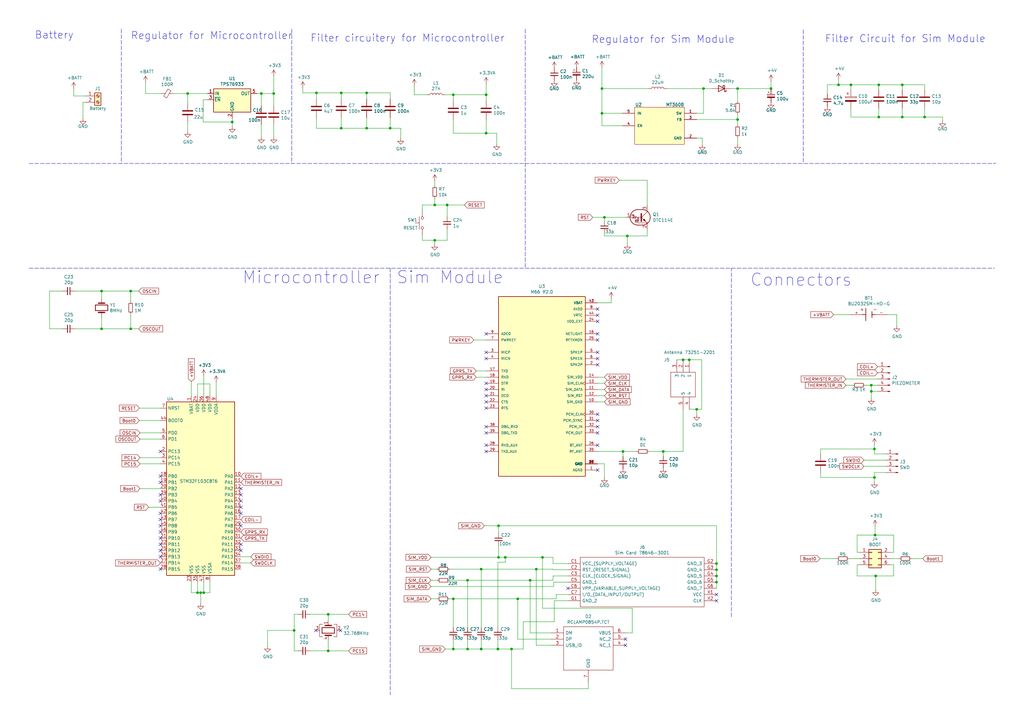
<source format=kicad_sch>
(kicad_sch (version 20211123) (generator eeschema)
  (paper "A3")
  (title_block (title "Data_loggar_ostron Electronics") (date "2022-08-14") (rev "1.0"))
  (junction (at 95.25 50.038))
  (junction (at 217.424 237.998))
  (junction (at 139.954 52.578))
  (junction (at 358.902 219.456))
  (junction (at 358.648 195.834))
  (junction (at 343.916 34.798))
  (junction (at 370.078 48.006))
  (junction (at 112.268 38.354))
  (junction (at 207.264 228.6))
  (junction (at 178.308 84.074))
  (junction (at 185.928 266.192))
  (junction (at 53.594 119.38))
  (junction (at 150.368 52.578))
  (junction (at 360.426 48.006))
  (junction (at 293.878 231.14))
  (junction (at 282.702 147.574))
  (junction (at 82.296 243.078))
  (junction (at 185.928 38.862))
  (junction (at 197.358 233.426))
  (junction (at 129.794 38.1))
  (junction (at 302.514 49.022))
  (junction (at 360.426 34.798))
  (junction (at 83.566 243.078))
  (junction (at 178.308 98.552))
  (junction (at 358.648 184.15))
  (junction (at 293.878 238.76))
  (junction (at 204.47 228.6))
  (junction (at 139.954 38.1))
  (junction (at 272.034 185.166))
  (junction (at 293.878 233.68))
  (junction (at 379.222 48.006))
  (junction (at 197.358 266.192))
  (junction (at 246.888 36.322))
  (junction (at 41.656 119.38))
  (junction (at 357.378 157.988))
  (junction (at 81.026 243.078))
  (junction (at 280.162 147.574))
  (junction (at 134.62 266.954))
  (junction (at 199.39 54.61))
  (junction (at 247.904 89.154))
  (junction (at 134.62 251.968))
  (junction (at 183.388 84.074))
  (junction (at 150.368 38.1))
  (junction (at 255.524 185.166))
  (junction (at 107.188 38.354))
  (junction (at 302.514 36.322))
  (junction (at 199.39 38.862))
  (junction (at 204.216 266.192))
  (junction (at 191.77 237.998))
  (junction (at 359.156 236.22))
  (junction (at 348.996 34.798))
  (junction (at 120.65 258.572))
  (junction (at 246.888 46.482))
  (junction (at 370.078 34.798))
  (junction (at 204.47 215.646))
  (junction (at 293.878 236.22))
  (junction (at 185.928 245.618))
  (junction (at 160.02 52.578))
  (junction (at 357.378 160.528))
  (junction (at 53.594 134.874))
  (junction (at 219.964 233.426))
  (junction (at 285.75 167.894))
  (junction (at 76.962 38.354))
  (junction (at 209.804 266.192))
  (junction (at 222.504 228.6))
  (junction (at 316.23 36.322))
  (junction (at 191.77 266.192))
  (junction (at 257.302 96.774))
  (junction (at 288.544 36.322))
  (junction (at 212.344 245.618))
  (junction (at 41.656 134.874))
  (no_connect (at 65.786 197.866))
  (no_connect (at 139.7 258.572))
  (no_connect (at 98.806 208.026))
  (no_connect (at 65.786 185.166))
  (no_connect (at 199.39 136.906))
  (no_connect (at 245.11 131.826))
  (no_connect (at 65.786 210.566))
  (no_connect (at 199.39 162.306))
  (no_connect (at 98.806 200.406))
  (no_connect (at 256.54 264.668))
  (no_connect (at 245.11 169.926))
  (no_connect (at 245.11 175.006))
  (no_connect (at 199.39 157.226))
  (no_connect (at 293.878 243.84))
  (no_connect (at 65.786 205.486))
  (no_connect (at 199.39 147.066))
  (no_connect (at 256.54 262.128))
  (no_connect (at 293.878 246.38))
  (no_connect (at 245.11 192.786))
  (no_connect (at 199.39 177.546))
  (no_connect (at 98.806 223.266))
  (no_connect (at 98.806 210.566))
  (no_connect (at 65.786 225.806))
  (no_connect (at 245.11 129.286))
  (no_connect (at 199.39 182.626))
  (no_connect (at 65.786 220.726))
  (no_connect (at 245.11 136.906))
  (no_connect (at 199.39 144.526))
  (no_connect (at 245.11 139.446))
  (no_connect (at 199.39 164.846))
  (no_connect (at 65.786 195.326))
  (no_connect (at 65.786 202.946))
  (no_connect (at 245.11 182.626))
  (no_connect (at 199.39 167.386))
  (no_connect (at 98.806 202.946))
  (no_connect (at 65.786 218.186))
  (no_connect (at 245.11 149.606))
  (no_connect (at 65.786 233.426))
  (no_connect (at 98.806 225.806))
  (no_connect (at 199.39 175.006))
  (no_connect (at 245.11 177.546))
  (no_connect (at 245.11 144.526))
  (no_connect (at 199.39 159.766))
  (no_connect (at 129.54 258.572))
  (no_connect (at 245.11 172.466))
  (no_connect (at 65.786 215.646))
  (no_connect (at 65.786 223.266))
  (no_connect (at 245.11 147.066))
  (no_connect (at 65.786 213.106))
  (no_connect (at 232.918 241.3))
  (no_connect (at 245.11 126.746))
  (no_connect (at 98.806 205.486))
  (no_connect (at 199.39 185.166))
  (no_connect (at 65.786 228.346))
  (no_connect (at 98.806 215.646))
  (wire (pts (xy 226.822 231.14) (xy 232.918 231.14)))
  (wire (pts (xy 359.156 236.22) (xy 366.522 236.22)))
  (wire (pts (xy 124.206 36.068) (xy 124.206 38.1)))
  (wire (pts (xy 204.216 230.632) (xy 207.264 230.632)))
  (wire (pts (xy 173.228 98.552) (xy 178.308 98.552)))
  (wire (pts (xy 214.63 266.192) (xy 209.804 266.192)))
  (wire (pts (xy 199.39 54.61) (xy 203.708 54.61)))
  (wire (pts (xy 41.656 134.874) (xy 30.734 134.874)))
  (wire (pts (xy 176.784 240.538) (xy 227.076 240.538)))
  (wire (pts (xy 176.784 233.426) (xy 179.324 233.426)))
  (wire (pts (xy 285.75 167.894) (xy 282.702 167.894)))
  (wire (pts (xy 82.296 243.078) (xy 83.566 243.078)))
  (wire (pts (xy 358.648 195.834) (xy 358.648 197.612)))
  (wire (pts (xy 83.312 40.894) (xy 83.312 50.038)))
  (wire (pts (xy 30.226 36.322) (xy 30.226 39.37)))
  (wire (pts (xy 351.536 231.648) (xy 351.536 236.22)))
  (wire (pts (xy 348.996 34.798) (xy 348.996 36.83)))
  (wire (pts (xy 129.794 38.1) (xy 129.794 40.64)))
  (wire (pts (xy 204.47 215.646) (xy 204.47 218.694)))
  (wire (pts (xy 209.804 266.192) (xy 209.804 282.448)))
  (wire (pts (xy 217.424 259.588) (xy 226.06 259.588)))
  (wire (pts (xy 343.154 229.108) (xy 336.296 229.108)))
  (wire (pts (xy 246.888 51.562) (xy 255.27 51.562)))
  (wire (pts (xy 379.222 44.45) (xy 379.222 48.006)))
  (wire (pts (xy 226.822 236.22) (xy 232.918 236.22)))
  (wire (pts (xy 265.43 96.774) (xy 265.43 94.234)))
  (wire (pts (xy 212.344 245.618) (xy 228.092 245.618)))
  (wire (pts (xy 195.326 154.686) (xy 199.39 154.686)))
  (wire (pts (xy 112.268 51.054) (xy 112.268 56.134)))
  (wire (pts (xy 212.344 262.128) (xy 226.06 262.128)))
  (wire (pts (xy 232.918 243.84) (xy 228.092 243.84)))
  (wire (pts (xy 53.594 128.778) (xy 53.594 134.874)))
  (wire (pts (xy 265.43 73.914) (xy 265.43 84.074)))
  (wire (pts (xy 183.388 93.98) (xy 183.388 98.552)))
  (wire (pts (xy 363.982 129.032) (xy 367.792 129.032)))
  (wire (pts (xy 98.806 230.886) (xy 102.87 230.886)))
  (wire (pts (xy 293.878 233.68) (xy 293.878 236.22)))
  (wire (pts (xy 191.77 237.998) (xy 217.424 237.998)))
  (wire (pts (xy 20.32 119.38) (xy 25.654 119.38)))
  (wire (pts (xy 285.75 49.022) (xy 302.514 49.022)))
  (wire (pts (xy 198.628 215.646) (xy 204.47 215.646)))
  (wire (pts (xy 182.626 38.862) (xy 185.928 38.862)))
  (wire (pts (xy 120.65 266.954) (xy 120.65 258.572)))
  (wire (pts (xy 178.308 98.552) (xy 178.308 100.076)))
  (wire (pts (xy 247.904 159.766) (xy 245.11 159.766)))
  (wire (pts (xy 222.504 249.428) (xy 259.334 249.428)))
  (wire (pts (xy 86.106 243.078) (xy 86.106 238.506)))
  (wire (pts (xy 150.368 38.1) (xy 150.368 40.64)))
  (wire (pts (xy 358.648 193.802) (xy 358.648 195.834)))
  (wire (pts (xy 348.996 48.006) (xy 360.426 48.006)))
  (wire (pts (xy 222.504 228.6) (xy 226.822 228.6)))
  (wire (pts (xy 185.928 49.022) (xy 185.928 54.61)))
  (wire (pts (xy 272.034 185.166) (xy 280.162 185.166)))
  (wire (pts (xy 82.296 247.396) (xy 82.296 243.078)))
  (wire (pts (xy 273.558 36.322) (xy 288.544 36.322)))
  (wire (pts (xy 176.784 237.998) (xy 179.324 237.998)))
  (wire (pts (xy 336.55 195.834) (xy 358.648 195.834)))
  (wire (pts (xy 199.39 34.29) (xy 199.39 38.862)))
  (wire (pts (xy 76.962 53.848) (xy 76.962 50.038)))
  (polyline (pts (xy 408.178 67.056) (xy 408.178 66.802)))
  (wire (pts (xy 288.544 36.322) (xy 292.1 36.322)))
  (wire (pts (xy 351.536 236.22) (xy 359.156 236.22)))
  (wire (pts (xy 357.378 157.988) (xy 354.838 157.988)))
  (wire (pts (xy 81.026 238.506) (xy 81.026 243.078)))
  (wire (pts (xy 78.486 243.078) (xy 81.026 243.078)))
  (wire (pts (xy 139.954 52.578) (xy 150.368 52.578)))
  (wire (pts (xy 360.426 44.45) (xy 360.426 48.006)))
  (polyline (pts (xy 329.438 12.192) (xy 329.438 67.056)))
  (wire (pts (xy 358.902 215.9) (xy 358.902 219.456)))
  (wire (pts (xy 129.794 52.578) (xy 139.954 52.578)))
  (wire (pts (xy 247.904 89.154) (xy 256.54 89.154)))
  (wire (pts (xy 124.206 38.1) (xy 129.794 38.1)))
  (wire (pts (xy 20.32 134.874) (xy 20.32 119.38)))
  (wire (pts (xy 226.822 233.68) (xy 232.918 233.68)))
  (wire (pts (xy 34.036 48.514) (xy 34.036 41.91)))
  (wire (pts (xy 293.878 215.646) (xy 293.878 231.14)))
  (wire (pts (xy 285.75 56.642) (xy 288.036 56.642)))
  (wire (pts (xy 175.006 38.862) (xy 169.926 38.862)))
  (wire (pts (xy 83.566 243.078) (xy 86.106 243.078)))
  (wire (pts (xy 232.918 246.38) (xy 227.33 246.38)))
  (wire (pts (xy 81.026 157.48) (xy 86.106 157.48)))
  (wire (pts (xy 265.938 36.322) (xy 246.888 36.322)))
  (wire (pts (xy 339.344 38.608) (xy 339.344 34.798)))
  (wire (pts (xy 30.226 39.37) (xy 35.052 39.37)))
  (wire (pts (xy 255.27 46.482) (xy 246.888 46.482)))
  (wire (pts (xy 191.77 262.382) (xy 191.77 266.192)))
  (wire (pts (xy 245.11 190.246) (xy 247.904 190.246)))
  (wire (pts (xy 57.15 167.386) (xy 65.786 167.386)))
  (wire (pts (xy 351.536 219.456) (xy 358.902 219.456)))
  (wire (pts (xy 227.33 255.016) (xy 214.63 255.016)))
  (wire (pts (xy 219.964 233.426) (xy 219.964 264.668)))
  (wire (pts (xy 57.404 180.086) (xy 65.786 180.086)))
  (wire (pts (xy 30.734 119.38) (xy 41.656 119.38)))
  (wire (pts (xy 98.806 228.346) (xy 102.87 228.346)))
  (wire (pts (xy 247.904 154.686) (xy 245.11 154.686)))
  (wire (pts (xy 373.888 229.108) (xy 378.46 229.108)))
  (wire (pts (xy 173.228 84.074) (xy 173.228 86.36)))
  (wire (pts (xy 219.964 264.668) (xy 226.06 264.668)))
  (wire (pts (xy 336.55 193.802) (xy 336.55 195.834)))
  (wire (pts (xy 56.896 134.874) (xy 53.594 134.874)))
  (wire (pts (xy 209.804 282.448) (xy 241.3 282.448)))
  (wire (pts (xy 41.656 119.38) (xy 41.656 122.428)))
  (wire (pts (xy 176.784 245.618) (xy 179.324 245.618)))
  (wire (pts (xy 246.888 27.686) (xy 246.888 36.322)))
  (wire (pts (xy 245.11 124.206) (xy 250.698 124.206)))
  (wire (pts (xy 139.954 38.1) (xy 150.368 38.1)))
  (wire (pts (xy 127.254 251.968) (xy 134.62 251.968)))
  (wire (pts (xy 76.962 38.354) (xy 85.09 38.354)))
  (wire (pts (xy 164.338 52.578) (xy 164.338 56.642)))
  (wire (pts (xy 81.026 162.306) (xy 81.026 157.48)))
  (wire (pts (xy 160.02 38.1) (xy 160.02 40.64)))
  (wire (pts (xy 53.594 134.874) (xy 41.656 134.874)))
  (wire (pts (xy 343.916 32.512) (xy 343.916 34.798)))
  (wire (pts (xy 358.902 219.456) (xy 366.522 219.456)))
  (wire (pts (xy 358.648 186.182) (xy 358.648 184.15)))
  (wire (pts (xy 134.62 266.954) (xy 127.254 266.954)))
  (wire (pts (xy 199.39 49.022) (xy 199.39 54.61)))
  (wire (pts (xy 76.962 42.418) (xy 76.962 38.354)))
  (wire (pts (xy 243.078 89.154) (xy 247.904 89.154)))
  (wire (pts (xy 71.12 38.354) (xy 76.962 38.354)))
  (wire (pts (xy 65.786 177.546) (xy 57.404 177.546)))
  (wire (pts (xy 105.41 38.354) (xy 107.188 38.354)))
  (wire (pts (xy 299.72 36.322) (xy 302.514 36.322)))
  (wire (pts (xy 359.156 241.808) (xy 359.156 236.22)))
  (wire (pts (xy 247.904 96.774) (xy 257.302 96.774)))
  (wire (pts (xy 178.308 74.168) (xy 178.308 76.2)))
  (wire (pts (xy 349.758 157.988) (xy 346.964 157.988)))
  (wire (pts (xy 134.62 262.382) (xy 134.62 266.954)))
  (wire (pts (xy 336.55 186.182) (xy 336.55 184.15)))
  (wire (pts (xy 185.928 262.382) (xy 185.928 266.192)))
  (wire (pts (xy 250.698 124.206) (xy 250.698 122.428)))
  (wire (pts (xy 266.192 185.166) (xy 272.034 185.166)))
  (wire (pts (xy 53.594 119.38) (xy 53.594 123.698)))
  (wire (pts (xy 351.536 226.568) (xy 351.536 219.456)))
  (wire (pts (xy 379.222 48.006) (xy 386.588 48.006)))
  (wire (pts (xy 352.552 229.108) (xy 348.234 229.108)))
  (wire (pts (xy 358.648 184.15) (xy 358.648 182.372)))
  (wire (pts (xy 316.23 36.322) (xy 316.23 36.83)))
  (wire (pts (xy 65.786 187.706) (xy 57.404 187.706)))
  (wire (pts (xy 287.782 147.574) (xy 287.782 167.894)))
  (wire (pts (xy 247.904 95.758) (xy 247.904 96.774)))
  (wire (pts (xy 107.188 38.354) (xy 112.268 38.354)))
  (wire (pts (xy 368.808 229.108) (xy 365.252 229.108)))
  (wire (pts (xy 81.026 243.078) (xy 82.296 243.078)))
  (wire (pts (xy 65.786 172.466) (xy 57.15 172.466)))
  (wire (pts (xy 370.078 48.006) (xy 379.222 48.006)))
  (wire (pts (xy 352.552 231.648) (xy 351.536 231.648)))
  (wire (pts (xy 199.39 38.862) (xy 199.39 41.402)))
  (wire (pts (xy 227.076 238.76) (xy 232.918 238.76)))
  (wire (pts (xy 78.486 156.464) (xy 78.486 162.306)))
  (polyline (pts (xy 160.02 109.982) (xy 160.02 284.988)))
  (wire (pts (xy 336.55 184.15) (xy 358.648 184.15)))
  (wire (pts (xy 107.188 56.134) (xy 107.188 51.054)))
  (wire (pts (xy 287.782 167.894) (xy 285.75 167.894)))
  (wire (pts (xy 245.11 162.306) (xy 247.904 162.306)))
  (wire (pts (xy 207.264 230.632) (xy 207.264 228.6)))
  (wire (pts (xy 78.486 238.506) (xy 78.486 243.078)))
  (wire (pts (xy 197.358 233.426) (xy 219.964 233.426)))
  (wire (pts (xy 107.188 43.434) (xy 107.188 38.354)))
  (wire (pts (xy 57.404 200.406) (xy 65.786 200.406)))
  (wire (pts (xy 219.964 233.426) (xy 226.822 233.426)))
  (wire (pts (xy 366.522 226.568) (xy 365.252 226.568)))
  (wire (pts (xy 56.896 119.38) (xy 53.594 119.38)))
  (wire (pts (xy 204.216 266.192) (xy 209.804 266.192)))
  (wire (pts (xy 85.09 40.894) (xy 83.312 40.894)))
  (wire (pts (xy 352.552 226.568) (xy 351.536 226.568)))
  (wire (pts (xy 83.566 154.178) (xy 83.566 162.306)))
  (wire (pts (xy 227.076 240.538) (xy 227.076 238.76)))
  (wire (pts (xy 83.566 238.506) (xy 83.566 243.078)))
  (wire (pts (xy 360.426 48.006) (xy 370.078 48.006)))
  (wire (pts (xy 109.728 258.572) (xy 120.65 258.572)))
  (wire (pts (xy 366.522 231.648) (xy 365.252 231.648)))
  (wire (pts (xy 346.964 155.448) (xy 359.918 155.448)))
  (wire (pts (xy 150.368 38.1) (xy 160.02 38.1)))
  (wire (pts (xy 285.75 46.482) (xy 288.544 46.482)))
  (wire (pts (xy 184.404 237.998) (xy 191.77 237.998)))
  (wire (pts (xy 272.034 186.944) (xy 272.034 185.166)))
  (wire (pts (xy 348.996 44.45) (xy 348.996 48.006)))
  (wire (pts (xy 222.504 249.428) (xy 222.504 228.6)))
  (wire (pts (xy 134.62 251.968) (xy 143.002 251.968)))
  (wire (pts (xy 183.388 84.074) (xy 183.388 88.9)))
  (wire (pts (xy 83.312 50.038) (xy 95.25 50.038)))
  (wire (pts (xy 302.514 49.022) (xy 302.514 46.736)))
  (wire (pts (xy 255.524 185.166) (xy 261.112 185.166)))
  (wire (pts (xy 150.368 48.26) (xy 150.368 52.578)))
  (wire (pts (xy 348.742 129.032) (xy 341.884 129.032)))
  (wire (pts (xy 214.63 255.016) (xy 214.63 266.192)))
  (wire (pts (xy 60.96 208.026) (xy 65.786 208.026)))
  (wire (pts (xy 185.928 257.302) (xy 185.928 245.618)))
  (wire (pts (xy 169.926 38.862) (xy 169.926 35.052)))
  (wire (pts (xy 129.794 48.26) (xy 129.794 52.578)))
  (wire (pts (xy 129.794 38.1) (xy 139.954 38.1)))
  (wire (pts (xy 191.77 266.192) (xy 197.358 266.192)))
  (wire (pts (xy 176.784 228.6) (xy 204.47 228.6)))
  (wire (pts (xy 204.216 262.382) (xy 204.216 266.192)))
  (wire (pts (xy 191.77 257.302) (xy 191.77 237.998)))
  (wire (pts (xy 245.11 185.166) (xy 255.524 185.166)))
  (wire (pts (xy 293.878 238.76) (xy 293.878 241.3)))
  (wire (pts (xy 112.268 38.354) (xy 112.268 43.434)))
  (wire (pts (xy 259.334 259.588) (xy 256.54 259.588)))
  (wire (pts (xy 217.424 237.998) (xy 217.424 259.588)))
  (wire (pts (xy 185.928 38.862) (xy 199.39 38.862)))
  (wire (pts (xy 227.33 246.38) (xy 227.33 255.016)))
  (wire (pts (xy 184.404 233.426) (xy 197.358 233.426)))
  (wire (pts (xy 190.5 84.074) (xy 183.388 84.074)))
  (wire (pts (xy 120.65 258.572) (xy 120.65 251.968)))
  (polyline (pts (xy 49.784 11.938) (xy 49.784 67.056)))
  (wire (pts (xy 212.344 245.618) (xy 212.344 262.128)))
  (polyline (pts (xy 215.392 11.938) (xy 215.392 109.982)))
  (wire (pts (xy 288.036 56.642) (xy 288.036 59.182)))
  (wire (pts (xy 293.878 231.14) (xy 293.878 233.68)))
  (polyline (pts (xy 11.938 109.982) (xy 407.924 109.982)))
  (wire (pts (xy 366.522 236.22) (xy 366.522 231.648)))
  (wire (pts (xy 178.308 81.28) (xy 178.308 84.074)))
  (wire (pts (xy 257.302 100.076) (xy 257.302 96.774)))
  (wire (pts (xy 370.078 34.798) (xy 370.078 36.83)))
  (wire (pts (xy 57.404 190.246) (xy 65.786 190.246)))
  (wire (pts (xy 199.39 152.146) (xy 195.326 152.146)))
  (wire (pts (xy 257.302 96.774) (xy 265.43 96.774)))
  (wire (pts (xy 386.588 48.006) (xy 386.588 49.53)))
  (wire (pts (xy 348.996 34.798) (xy 360.426 34.798)))
  (wire (pts (xy 204.47 228.6) (xy 207.264 228.6)))
  (wire (pts (xy 217.424 237.998) (xy 226.822 237.998)))
  (wire (pts (xy 183.388 84.074) (xy 178.308 84.074)))
  (wire (pts (xy 95.25 48.514) (xy 95.25 50.038)))
  (wire (pts (xy 160.02 48.26) (xy 160.02 52.578)))
  (wire (pts (xy 254 73.914) (xy 265.43 73.914)))
  (wire (pts (xy 302.514 36.322) (xy 316.23 36.322)))
  (wire (pts (xy 183.388 98.552) (xy 178.308 98.552)))
  (wire (pts (xy 185.928 266.192) (xy 191.77 266.192)))
  (wire (pts (xy 367.792 129.032) (xy 367.792 133.604)))
  (wire (pts (xy 280.162 147.574) (xy 282.702 147.574)))
  (wire (pts (xy 204.47 223.774) (xy 204.47 228.6)))
  (polyline (pts (xy 299.974 252.984) (xy 299.974 109.982)))
  (wire (pts (xy 185.928 54.61) (xy 199.39 54.61)))
  (wire (pts (xy 41.656 130.048) (xy 41.656 134.874)))
  (wire (pts (xy 280.162 185.166) (xy 280.162 167.894)))
  (wire (pts (xy 134.62 251.968) (xy 134.62 254.762)))
  (wire (pts (xy 354.33 188.722) (xy 363.22 188.722)))
  (wire (pts (xy 259.334 249.428) (xy 259.334 259.588)))
  (wire (pts (xy 277.622 147.574) (xy 280.162 147.574)))
  (wire (pts (xy 143.002 266.954) (xy 134.62 266.954)))
  (wire (pts (xy 173.228 96.52) (xy 173.228 98.552)))
  (wire (pts (xy 255.524 187.198) (xy 255.524 185.166)))
  (wire (pts (xy 363.22 186.182) (xy 358.648 186.182)))
  (wire (pts (xy 197.358 257.302) (xy 197.358 233.426)))
  (wire (pts (xy 282.702 147.574) (xy 287.782 147.574)))
  (wire (pts (xy 370.078 34.798) (xy 379.222 34.798)))
  (wire (pts (xy 88.646 156.718) (xy 88.646 162.306)))
  (wire (pts (xy 204.216 257.302) (xy 204.216 230.632)))
  (wire (pts (xy 203.708 54.61) (xy 203.708 58.928)))
  (wire (pts (xy 343.916 34.798) (xy 348.996 34.798)))
  (wire (pts (xy 247.904 164.846) (xy 245.11 164.846)))
  (wire (pts (xy 25.654 134.874) (xy 20.32 134.874)))
  (wire (pts (xy 197.358 262.382) (xy 197.358 266.192)))
  (wire (pts (xy 357.378 157.988) (xy 357.378 160.528)))
  (wire (pts (xy 370.078 44.45) (xy 370.078 48.006)))
  (wire (pts (xy 245.11 157.226) (xy 247.904 157.226)))
  (wire (pts (xy 247.904 90.678) (xy 247.904 89.154)))
  (wire (pts (xy 228.092 243.84) (xy 228.092 245.618)))
  (wire (pts (xy 160.02 52.578) (xy 164.338 52.578)))
  (wire (pts (xy 86.106 157.48) (xy 86.106 162.306)))
  (wire (pts (xy 357.378 160.528) (xy 357.378 163.322)))
  (wire (pts (xy 288.544 46.482) (xy 288.544 36.322)))
  (wire (pts (xy 109.728 264.922) (xy 109.728 258.572)))
  (wire (pts (xy 184.404 245.618) (xy 185.928 245.618)))
  (wire (pts (xy 185.928 245.618) (xy 212.344 245.618)))
  (wire (pts (xy 302.514 51.308) (xy 302.514 49.022)))
  (wire (pts (xy 139.954 48.26) (xy 139.954 52.578)))
  (wire (pts (xy 226.822 237.998) (xy 226.822 236.22)))
  (wire (pts (xy 293.878 236.22) (xy 293.878 238.76)))
  (wire (pts (xy 185.928 38.862) (xy 185.928 41.402)))
  (wire (pts (xy 112.268 31.242) (xy 112.268 38.354)))
  (wire (pts (xy 204.47 215.646) (xy 293.878 215.646)))
  (wire (pts (xy 41.656 119.38) (xy 53.594 119.38)))
  (wire (pts (xy 66.04 38.354) (xy 59.69 38.354)))
  (polyline (pts (xy 11.938 67.056) (xy 408.178 67.056)))
  (wire (pts (xy 363.22 193.802) (xy 358.648 193.802)))
  (wire (pts (xy 366.522 219.456) (xy 366.522 226.568)))
  (wire (pts (xy 59.69 38.354) (xy 59.69 33.782)))
  (wire (pts (xy 34.036 41.91) (xy 35.052 41.91)))
  (wire (pts (xy 360.426 34.798) (xy 360.426 36.83)))
  (wire (pts (xy 182.626 266.192) (xy 185.928 266.192)))
  (wire (pts (xy 207.264 228.6) (xy 222.504 228.6)))
  (wire (pts (xy 354.33 191.262) (xy 363.22 191.262)))
  (wire (pts (xy 197.358 266.192) (xy 204.216 266.192)))
  (wire (pts (xy 247.904 190.246) (xy 247.904 195.834)))
  (wire (pts (xy 241.3 282.448) (xy 241.3 279.908)))
  (wire (pts (xy 285.75 169.926) (xy 285.75 167.894)))
  (wire (pts (xy 199.39 139.446) (xy 194.31 139.446)))
  (wire (pts (xy 379.222 34.798) (xy 379.222 36.83)))
  (wire (pts (xy 178.308 84.074) (xy 173.228 84.074)))
  (wire (pts (xy 226.822 233.426) (xy 226.822 233.68)))
  (wire (pts (xy 120.65 251.968) (xy 122.174 251.968)))
  (wire (pts (xy 316.23 33.274) (xy 316.23 36.322)))
  (wire (pts (xy 246.888 36.322) (xy 246.888 46.482)))
  (wire (pts (xy 139.954 38.1) (xy 139.954 40.64)))
  (wire (pts (xy 150.368 52.578) (xy 160.02 52.578)))
  (wire (pts (xy 359.918 157.988) (xy 357.378 157.988)))
  (wire (pts (xy 302.514 59.182) (xy 302.514 56.388)))
  (wire (pts (xy 246.888 46.482) (xy 246.888 51.562)))
  (polyline (pts (xy 119.634 11.938) (xy 119.634 67.056)))
  (wire (pts (xy 302.514 41.656) (xy 302.514 36.322)))
  (wire (pts (xy 226.822 228.6) (xy 226.822 231.14)))
  (wire (pts (xy 360.426 34.798) (xy 370.078 34.798)))
  (wire (pts (xy 95.25 50.038) (xy 95.25 51.816)))
  (wire (pts (xy 359.918 160.528) (xy 357.378 160.528)))
  (wire (pts (xy 339.344 34.798) (xy 343.916 34.798)))
  (wire (pts (xy 122.174 266.954) (xy 120.65 266.954)))
  (text "Connectors" (at 307.594 117.856 0) (effects (font (size 5.0038 5.0038)) (justify left bottom)))
  (text "Battery" (at 14.224 16.256 0) (effects (font (size 2.9972 2.9972)) (justify left bottom)))
  (text "Filter Circuit for Sim Module" (at 338.328 17.78 0) (effects (font (size 2.9972 2.9972)) (justify left bottom)))
  (text "Filter circuitery for Microcontroller" (at 127.254 17.526 0) (effects (font (size 2.9972 2.9972)) (justify left bottom)))
  (text "Microcontroller" (at 99.314 116.84 0) (effects (font (size 5.0038 5.0038)) (justify left bottom)))
  (text "Regulator for Sim Module" (at 242.57 18.034 0) (effects (font (size 2.9972 2.9972)) (justify left bottom)))
  (text "Regulator for Microcontroller\n" (at 53.594 16.51 0) (effects (font (size 2.9972 2.9972)) (justify left bottom)))
  (text "Sim Module" (at 162.56 116.84 0) (effects (font (size 5.0038 5.0038)) (justify left bottom)))
  (global_label "+VBATT" (shape input) (at 78.486 156.464 90) (property "Intersheet References" "${INTERSHEET_REFS}" (effects hide)))
  (global_label "SIM_GND" (shape input) (at 182.626 266.192 180) (property "Intersheet References" "${INTERSHEET_REFS}" (effects hide)))
  (global_label "OSCOUT" (shape input) (at 56.896 134.874 0) (property "Intersheet References" "${INTERSHEET_REFS}" (effects hide)))
  (global_label "SIM_VDD" (shape input) (at 247.904 154.686 0) (property "Intersheet References" "${INTERSHEET_REFS}" (effects hide)))
  (global_label "RST" (shape input) (at 243.078 89.154 180) (property "Intersheet References" "${INTERSHEET_REFS}" (effects hide)))
  (global_label "SIM_GND" (shape input) (at 247.904 164.846 0) (property "Intersheet References" "${INTERSHEET_REFS}" (effects hide)))
  (global_label "GPRS_TX" (shape input) (at 195.326 152.146 180) (property "Intersheet References" "${INTERSHEET_REFS}" (effects hide)))
  (global_label "SWDIO" (shape input) (at 354.33 188.722 180) (property "Intersheet References" "${INTERSHEET_REFS}" (effects hide)))
  (global_label "SWDCLK" (shape input) (at 354.33 191.262 180) (property "Intersheet References" "${INTERSHEET_REFS}" (effects hide)))
  (global_label "PC14" (shape input) (at 57.404 187.706 180) (property "Intersheet References" "${INTERSHEET_REFS}" (effects hide)))
  (global_label "PC15" (shape input) (at 57.404 190.246 180) (property "Intersheet References" "${INTERSHEET_REFS}" (effects hide)))
  (global_label "+VBATT" (shape input) (at 341.884 129.032 180) (property "Intersheet References" "${INTERSHEET_REFS}" (effects hide)))
  (global_label "SIM_RST" (shape input) (at 247.904 162.306 0) (property "Intersheet References" "${INTERSHEET_REFS}" (effects hide)))
  (global_label "SIM_GND" (shape input) (at 176.784 240.538 180) (property "Intersheet References" "${INTERSHEET_REFS}" (effects hide)))
  (global_label "SIM_DATA" (shape input) (at 247.904 159.766 0) (property "Intersheet References" "${INTERSHEET_REFS}" (effects hide)))
  (global_label "SIM_GND" (shape input) (at 198.628 215.646 180) (property "Intersheet References" "${INTERSHEET_REFS}" (effects hide)))
  (global_label "SIM_RST" (shape input) (at 176.784 233.426 180) (property "Intersheet References" "${INTERSHEET_REFS}" (effects hide)))
  (global_label "THERMISTER_IN" (shape input) (at 346.964 157.988 180) (property "Intersheet References" "${INTERSHEET_REFS}" (effects hide)))
  (global_label "OSCOUT" (shape input) (at 57.404 180.086 180) (property "Intersheet References" "${INTERSHEET_REFS}" (effects hide)))
  (global_label "THERMISTER_OUT" (shape input) (at 346.964 155.448 180) (property "Intersheet References" "${INTERSHEET_REFS}" (effects hide)))
  (global_label "THERMISTER_IN" (shape input) (at 98.806 197.866 0) (property "Intersheet References" "${INTERSHEET_REFS}" (effects hide)))
  (global_label "Boot0" (shape input) (at 57.15 172.466 180) (property "Intersheet References" "${INTERSHEET_REFS}" (effects hide)))
  (global_label "RESET" (shape input) (at 190.5 84.074 0) (property "Intersheet References" "${INTERSHEET_REFS}" (effects hide)))
  (global_label "PWRKEY" (shape input) (at 194.31 139.446 180) (property "Intersheet References" "${INTERSHEET_REFS}" (effects hide)))
  (global_label "PWRKEY" (shape input) (at 254 73.914 180) (property "Intersheet References" "${INTERSHEET_REFS}" (effects hide)))
  (global_label "COIL-" (shape input) (at 359.918 152.908 180) (property "Intersheet References" "${INTERSHEET_REFS}" (effects hide)))
  (global_label "Boot0" (shape input) (at 336.296 229.108 180) (property "Intersheet References" "${INTERSHEET_REFS}" (effects hide)))
  (global_label "RST" (shape input) (at 60.96 208.026 180) (property "Intersheet References" "${INTERSHEET_REFS}" (effects hide)))
  (global_label "OSCIN" (shape input) (at 56.896 119.38 0) (property "Intersheet References" "${INTERSHEET_REFS}" (effects hide)))
  (global_label "OSCIN" (shape input) (at 57.404 177.546 180) (property "Intersheet References" "${INTERSHEET_REFS}" (effects hide)))
  (global_label "GPRS_TX" (shape input) (at 98.806 220.726 0) (property "Intersheet References" "${INTERSHEET_REFS}" (effects hide)))
  (global_label "SWDIO" (shape input) (at 102.87 228.346 0) (property "Intersheet References" "${INTERSHEET_REFS}" (effects hide)))
  (global_label "PC14" (shape input) (at 143.002 251.968 0) (property "Intersheet References" "${INTERSHEET_REFS}" (effects hide)))
  (global_label "SIM_CLK" (shape input) (at 247.904 157.226 0) (property "Intersheet References" "${INTERSHEET_REFS}" (effects hide)))
  (global_label "RESET" (shape input) (at 57.15 167.386 180) (property "Intersheet References" "${INTERSHEET_REFS}" (effects hide)))
  (global_label "COIL+" (shape input) (at 359.918 150.368 180) (property "Intersheet References" "${INTERSHEET_REFS}" (effects hide)))
  (global_label "THERMISTER_OUT" (shape input) (at 65.786 230.886 180) (property "Intersheet References" "${INTERSHEET_REFS}" (effects hide)))
  (global_label "GPRS_RX" (shape input) (at 195.326 154.686 180) (property "Intersheet References" "${INTERSHEET_REFS}" (effects hide)))
  (global_label "Boot1" (shape input) (at 378.46 229.108 0) (property "Intersheet References" "${INTERSHEET_REFS}" (effects hide)))
  (global_label "SIM_DATA" (shape input) (at 176.784 245.618 180) (property "Intersheet References" "${INTERSHEET_REFS}" (effects hide)))
  (global_label "SWDCLK" (shape input) (at 102.87 230.886 0) (property "Intersheet References" "${INTERSHEET_REFS}" (effects hide)))
  (global_label "COIL-" (shape input) (at 98.806 213.106 0) (property "Intersheet References" "${INTERSHEET_REFS}" (effects hide)))
  (global_label "GPRS_RX" (shape input) (at 98.806 218.186 0) (property "Intersheet References" "${INTERSHEET_REFS}" (effects hide)))
  (global_label "SIM_CLK" (shape input) (at 176.784 237.998 180) (property "Intersheet References" "${INTERSHEET_REFS}" (effects hide)))
  (global_label "Boot1" (shape input) (at 57.404 200.406 180) (property "Intersheet References" "${INTERSHEET_REFS}" (effects hide)))
  (global_label "COIL+" (shape input) (at 98.806 195.326 0) (property "Intersheet References" "${INTERSHEET_REFS}" (effects hide)))
  (global_label "PC15" (shape input) (at 143.002 266.954 0) (property "Intersheet References" "${INTERSHEET_REFS}" (effects hide)))
  (global_label "SIM_VDD" (shape input) (at 176.784 228.6 180) (property "Intersheet References" "${INTERSHEET_REFS}" (effects hide)))
  (symbol (lib_id "MCU_ST_STM32F1:STM32F103C8Tx") (at 83.566 200.406 0) (unit 1)
    (property "Reference" "U4" (at 69.85 163.576 0))
    (property "Value" "STM32F103C8T6" (at 81.534 197.358 0))
    (property "Footprint" "Package_QFP:LQFP-48_7x7mm_P0.5mm" (effects hide))
    (property "Datasheet" "http://www.st.com/st-web-ui/static/active/en/resource/technical/document/datasheet/CD00161566.pdf" (effects hide))
  )
  (symbol (lib_id "Device:C") (at 76.962 46.228 0) (unit 1)
    (property "Reference" "C15" (at 79.883 45.0596 0) (effects (justify left)))
    (property "Value" "22u" (at 79.502 48.006 0) (effects (justify left)))
    (property "Footprint" "Capacitor_SMD:C_0805_2012Metric_Pad1.18x1.45mm_HandSolder" (effects hide))
  )
  (symbol (lib_id "Ostron-Electronics-rescue:Ferrite_Bead_Small-Device") (at 68.58 38.354 270) (unit 1)
    (property "Reference" "FB1" (at 68.58 32.3342 90))
    (property "Value" "100R" (at 68.58 34.6456 90))
    (property "Footprint" "Inductor_SMD:L_0603_1608Metric_Pad1.05x0.95mm_HandSolder" (effects hide))
  )
  (symbol (lib_id "power:GND") (at 76.962 53.848 0) (unit 1)
    (property "Reference" "#PWR021" (effects hide))
    (property "Value" "GND" (at 77.089 58.2422 0))
  )
  (symbol (lib_id "power:GND") (at 95.25 51.816 0) (unit 1)
    (property "Reference" "#PWR020" (effects hide))
    (property "Value" "GND" (at 95.377 56.2102 0))
  )
  (symbol (lib_id "power:GND") (at 112.268 56.134 0) (unit 1)
    (property "Reference" "#PWR023" (effects hide))
    (property "Value" "GND" (at 112.395 60.5282 0))
  )
  (symbol (lib_id "Device:C") (at 112.268 47.244 0) (unit 1)
    (property "Reference" "C17" (at 115.189 46.0756 0) (effects (justify left)))
    (property "Value" "10u" (at 115.189 48.387 0) (effects (justify left)))
    (property "Footprint" "Capacitor_SMD:C_0805_2012Metric_Pad1.18x1.45mm_HandSolder" (effects hide))
  )
  (symbol (lib_id "Ostron-Electronics-rescue:+3.3V-power") (at 112.268 31.242 0) (unit 1)
    (property "Reference" "#PWR07" (effects hide))
    (property "Value" "+3.3V" (at 112.649 26.8478 0))
  )
  (symbol (lib_id "BU2032SM-HD-G:BU2032SM-HD-G") (at 356.362 129.032 0) (unit 1)
    (property "Reference" "BT1" (at 356.362 122.2502 0))
    (property "Value" "BU2032SM-HD-G" (at 356.362 124.5616 0))
    (property "Footprint" "Ostron Electronics:BAT_BU2032SM-HD-G" (effects hide))
    (property "PARTREV" "01/27/17" (effects hide))
    (property "MAXIMUM_PACKAGE_HEIGHT" "5.30 mm" (effects hide))
    (property "MANUFACTURER" "MPD" (effects hide))
    (property "STANDARD" "Manufacturer Recommendations" (effects hide))
  )
  (symbol (lib_id "Device:C") (at 129.794 44.45 0) (unit 1)
    (property "Reference" "C6" (at 132.715 43.2816 0) (effects (justify left)))
    (property "Value" "4u7" (at 132.715 45.593 0) (effects (justify left)))
    (property "Footprint" "Capacitor_SMD:C_0603_1608Metric_Pad1.08x0.95mm_HandSolder" (effects hide))
  )
  (symbol (lib_id "power:GND") (at 367.792 133.604 0) (unit 1)
    (property "Reference" "#PWR040" (effects hide))
    (property "Value" "GND" (at 367.919 137.9982 0))
  )
  (symbol (lib_id "Device:C") (at 139.954 44.45 0) (unit 1)
    (property "Reference" "C7" (at 142.875 43.2816 0) (effects (justify left)))
    (property "Value" "100n" (at 142.875 45.593 0) (effects (justify left)))
    (property "Footprint" "Capacitor_SMD:C_0603_1608Metric_Pad1.08x0.95mm_HandSolder" (effects hide))
  )
  (symbol (lib_id "Device:C") (at 150.368 44.45 0) (unit 1)
    (property "Reference" "C8" (at 153.289 43.2816 0) (effects (justify left)))
    (property "Value" "100n" (at 153.289 45.593 0) (effects (justify left)))
    (property "Footprint" "Capacitor_SMD:C_0603_1608Metric_Pad1.08x0.95mm_HandSolder" (effects hide))
  )
  (symbol (lib_id "Device:C") (at 160.02 44.45 0) (unit 1)
    (property "Reference" "C9" (at 162.941 43.2816 0) (effects (justify left)))
    (property "Value" "100n" (at 162.941 45.593 0) (effects (justify left)))
    (property "Footprint" "Capacitor_SMD:C_0603_1608Metric_Pad1.08x0.95mm_HandSolder" (effects hide))
  )
  (symbol (lib_id "Ostron-Electronics-rescue:+3.3V-power") (at 124.206 36.068 0) (unit 1)
    (property "Reference" "#PWR06" (effects hide))
    (property "Value" "+3.3V" (at 124.587 31.6738 0))
  )
  (symbol (lib_id "power:GND") (at 164.338 56.642 0) (unit 1)
    (property "Reference" "#PWR019" (effects hide))
    (property "Value" "GND" (at 164.465 61.0362 0))
  )
  (symbol (lib_id "Ostron-Electronics-rescue:+3.3V-power") (at 83.566 154.178 0) (unit 1)
    (property "Reference" "#PWR028" (effects hide))
    (property "Value" "+3.3V" (at 83.947 149.7838 0))
  )
  (symbol (lib_id "Device:L") (at 178.816 38.862 90) (unit 1)
    (property "Reference" "L1" (at 178.816 34.036 90))
    (property "Value" "27n" (at 178.816 36.3474 90))
    (property "Footprint" "Inductor_SMD:L_0603_1608Metric_Pad1.05x0.95mm_HandSolder" (effects hide))
  )
  (symbol (lib_id "Device:C") (at 185.928 45.212 0) (unit 1)
    (property "Reference" "C3" (at 188.849 44.0436 0) (effects (justify left)))
    (property "Value" "1u" (at 188.849 46.355 0) (effects (justify left)))
    (property "Footprint" "Capacitor_SMD:C_0603_1608Metric_Pad1.08x0.95mm_HandSolder" (effects hide))
  )
  (symbol (lib_id "Device:C") (at 199.39 45.212 0) (unit 1)
    (property "Reference" "C4" (at 202.311 44.0436 0) (effects (justify left)))
    (property "Value" "100n" (at 202.311 46.355 0) (effects (justify left)))
    (property "Footprint" "Capacitor_SMD:C_0603_1608Metric_Pad1.08x0.95mm_HandSolder" (effects hide))
  )
  (symbol (lib_id "power:GND") (at 203.708 58.928 0) (unit 1)
    (property "Reference" "#PWR016" (effects hide))
    (property "Value" "GND" (at 203.835 63.3222 0))
  )
  (symbol (lib_id "Ostron-Electronics-rescue:+3.3V-power") (at 169.926 35.052 0) (unit 1)
    (property "Reference" "#PWR02" (effects hide))
    (property "Value" "+3.3V" (at 170.307 30.6578 0))
  )
  (symbol (lib_id "power:+3.3VA") (at 199.39 34.29 0) (unit 1)
    (property "Reference" "#PWR01" (effects hide))
    (property "Value" "+3.3VA" (at 199.771 29.8958 0))
  )
  (symbol (lib_id "power:+3.3VA") (at 88.646 156.718 0) (unit 1)
    (property "Reference" "#PWR029" (effects hide))
    (property "Value" "+3.3VA" (at 89.027 152.3238 0))
  )
  (symbol (lib_id "power:GND") (at 82.296 247.396 0) (unit 1)
    (property "Reference" "#PWR039" (effects hide))
    (property "Value" "GND" (at 82.423 251.7902 0))
  )
  (symbol (lib_id "Device:Crystal_GND23") (at 134.62 258.572 270) (unit 1)
    (property "Reference" "Y2" (at 140.8176 257.4036 90) (effects (justify left)))
    (property "Value" "32.768KHz" (at 140.8176 259.715 90) (effects (justify left)))
    (property "Footprint" "Crystal:Crystal_SMD_Abracon_ABS25-4Pin_8.0x3.8mm" (effects hide))
  )
  (symbol (lib_id "Device:Crystal") (at 41.656 126.238 270) (unit 1)
    (property "Reference" "Y1" (at 44.9834 125.0696 90) (effects (justify left)))
    (property "Value" "8MHz" (at 44.9834 127.381 90) (effects (justify left)))
    (property "Footprint" "Crystal:Crystal_SMD_HC49-SD_HandSoldering" (effects hide))
  )
  (symbol (lib_id "Device:C_Small") (at 28.194 119.38 270) (unit 1)
    (property "Reference" "C23" (at 28.194 113.5634 90))
    (property "Value" "20p" (at 28.194 115.8748 90))
    (property "Footprint" "Capacitor_SMD:C_0603_1608Metric_Pad1.08x0.95mm_HandSolder" (effects hide))
  )
  (symbol (lib_id "Device:C_Small") (at 28.194 134.874 270) (unit 1)
    (property "Reference" "C25" (at 28.194 129.0574 90))
    (property "Value" "20p" (at 28.194 131.3688 90))
    (property "Footprint" "Capacitor_SMD:C_0603_1608Metric_Pad1.08x0.95mm_HandSolder" (effects hide))
  )
  (symbol (lib_id "Device:C_Small") (at 124.714 266.954 270) (unit 1)
    (property "Reference" "C31" (at 124.714 261.1374 90))
    (property "Value" "20p" (at 124.714 263.4488 90))
    (property "Footprint" "Capacitor_SMD:C_0603_1608Metric_Pad1.08x0.95mm_HandSolder" (effects hide))
  )
  (symbol (lib_id "Device:C_Small") (at 124.714 251.968 270) (unit 1)
    (property "Reference" "C30" (at 124.714 246.1514 90))
    (property "Value" "20p" (at 124.714 248.4628 90))
    (property "Footprint" "Capacitor_SMD:C_0603_1608Metric_Pad1.08x0.95mm_HandSolder" (effects hide))
  )
  (symbol (lib_id "Device:R_Small") (at 53.594 126.238 0) (unit 1)
    (property "Reference" "R10" (at 55.0926 125.0696 0) (effects (justify left)))
    (property "Value" "1M" (at 55.0926 127.381 0) (effects (justify left)))
    (property "Footprint" "Resistor_SMD:R_0603_1608Metric_Pad0.98x0.95mm_HandSolder" (effects hide))
  )
  (symbol (lib_id "power:GND") (at 109.728 264.922 0) (unit 1)
    (property "Reference" "#PWR042" (effects hide))
    (property "Value" "GND" (at 109.855 269.3162 0))
  )
  (symbol (lib_id "M66FB-03-STD:M66FB-03-STD") (at 222.25 157.226 0) (unit 1)
    (property "Reference" "U3" (at 222.25 117.4242 0))
    (property "Value" "M66 R2.0" (at 222.25 119.7356 0))
    (property "Footprint" "Ostron Electronics:XCVR_M66FB-03-STD" (effects hide))
    (property "MF" "Quectel" (effects hide))
    (property "Price" "None" (effects hide))
    (property "Description" "M66 is an ultra-small quad-band GSM/GPRS module using LCC castellation packaging on the market. Based on the latest 2G chipset, it has the optimal performance in SMS & Data transmission and audio service even in harsh environment." (effects hide))
    (property "Availability" "In Stock" (effects hide))
    (property "Package" "SMD-52 Quectel" (effects hide))
    (property "Purchase-URL" "https://pricing.snapeda.com/search/part/M66FB-03-STD/?ref=eda" (effects hide))
    (property "MP" "M66FB-03-STD" (effects hide))
  )
  (symbol (lib_id "Connector:Conn_01x05_Male") (at 364.998 155.448 0) (mirror y) (unit 1)
    (property "Reference" "J2" (at 365.7092 154.8384 0) (effects (justify right)))
    (property "Value" "PIEZOMETER" (at 365.7092 157.1498 0) (effects (justify right)))
    (property "Footprint" "TerminalBlock_Phoenix:TerminalBlock_Phoenix_MKDS-1,5-4-5.08_1x04_P5.08mm_Horizontal" (effects hide))
  )
  (symbol (lib_id "Connector:Conn_01x04_Male") (at 368.3 188.722 0) (mirror y) (unit 1)
    (property "Reference" "J3" (at 369.0112 189.3824 0) (effects (justify right)))
    (property "Value" "SWD" (at 369.0112 191.6938 0) (effects (justify right)))
    (property "Footprint" "Connector_PinHeader_2.54mm:PinHeader_1x04_P2.54mm_Vertical" (effects hide))
  )
  (symbol (lib_id "Ostron-Electronics-rescue:+3.3V-power") (at 358.648 182.372 0) (unit 1)
    (property "Reference" "#PWR031" (effects hide))
    (property "Value" "+3.3V" (at 359.029 177.9778 0))
  )
  (symbol (lib_id "power:GND") (at 358.648 197.612 0) (unit 1)
    (property "Reference" "#PWR032" (effects hide))
    (property "Value" "GND" (at 358.775 202.0062 0))
  )
  (symbol (lib_id "Ostron-Electronics-rescue:CP-Device") (at 348.996 40.64 0) (unit 1)
    (property "Reference" "C10" (at 351.9932 39.4716 0) (effects (justify left)))
    (property "Value" "100uF" (at 351.9932 41.783 0) (effects (justify left)))
    (property "Footprint" "Capacitor_Tantalum_SMD:CP_EIA-3528-21_Kemet-B_Pad1.50x2.35mm_HandSolder" (effects hide))
  )
  (symbol (lib_id "Device:C") (at 360.426 40.64 0) (unit 1)
    (property "Reference" "C11" (at 363.347 39.4716 0) (effects (justify left)))
    (property "Value" "100n" (at 363.347 41.783 0) (effects (justify left)))
    (property "Footprint" "Capacitor_SMD:C_0603_1608Metric_Pad1.08x0.95mm_HandSolder" (effects hide))
  )
  (symbol (lib_id "Device:C") (at 370.078 40.64 0) (unit 1)
    (property "Reference" "C12" (at 372.999 39.4716 0) (effects (justify left)))
    (property "Value" "33p" (at 372.999 41.783 0) (effects (justify left)))
    (property "Footprint" "Capacitor_SMD:C_0603_1608Metric_Pad1.08x0.95mm_HandSolder" (effects hide))
  )
  (symbol (lib_id "Device:C") (at 379.222 40.64 0) (unit 1)
    (property "Reference" "C13" (at 382.143 39.4716 0) (effects (justify left)))
    (property "Value" "10p" (at 382.143 41.783 0) (effects (justify left)))
    (property "Footprint" "Capacitor_SMD:C_0603_1608Metric_Pad1.08x0.95mm_HandSolder" (effects hide))
  )
  (symbol (lib_id "power:+4V") (at 343.916 32.512 0) (unit 1)
    (property "Reference" "#PWR011" (effects hide))
    (property "Value" "+4V" (at 344.297 28.1178 0))
  )
  (symbol (lib_id "power:GND") (at 386.588 49.53 0) (unit 1)
    (property "Reference" "#PWR017" (effects hide))
    (property "Value" "GND" (at 386.588 52.832 0))
  )
  (symbol (lib_id "Device:R_Small") (at 302.514 44.196 0) (unit 1)
    (property "Reference" "R1" (at 299.212 43.18 0) (effects (justify left)))
    (property "Value" "5.6k" (at 297.434 45.212 0) (effects (justify left)))
    (property "Footprint" "Resistor_SMD:R_0603_1608Metric_Pad0.98x0.95mm_HandSolder" (effects hide))
  )
  (symbol (lib_id "Device:R_Small") (at 302.514 53.848 0) (unit 1)
    (property "Reference" "R2" (at 304.0126 52.6796 0) (effects (justify left)))
    (property "Value" "1k" (at 304.0126 54.991 0) (effects (justify left)))
    (property "Footprint" "Resistor_SMD:R_0603_1608Metric_Pad0.98x0.95mm_HandSolder" (effects hide))
  )
  (symbol (lib_id "power:GND") (at 302.514 59.182 0) (unit 1)
    (property "Reference" "#PWR025" (effects hide))
    (property "Value" "GND" (at 302.514 62.484 0))
  )
  (symbol (lib_id "power:GND") (at 357.378 163.322 0) (unit 1)
    (property "Reference" "#PWR027" (effects hide))
    (property "Value" "GND" (at 357.505 167.7162 0))
  )
  (symbol (lib_id "Device:C") (at 107.188 47.244 0) (unit 1)
    (property "Reference" "C16" (at 103.632 45.212 0) (effects (justify left)))
    (property "Value" "100n" (at 101.854 49.276 0) (effects (justify left)))
    (property "Footprint" "Capacitor_SMD:C_0603_1608Metric_Pad1.08x0.95mm_HandSolder" (effects hide))
  )
  (symbol (lib_id "Connector_Generic:Conn_02x03_Odd_Even") (at 357.632 229.108 0) (unit 1)
    (property "Reference" "J4" (at 358.902 221.0562 0))
    (property "Value" "BOOT" (at 358.902 223.3676 0))
    (property "Footprint" "Connector_PinHeader_2.54mm:PinHeader_2x03_P2.54mm_Vertical" (effects hide))
  )
  (symbol (lib_id "Device:R_Small") (at 352.298 157.988 270) (unit 1)
    (property "Reference" "R3" (at 350.774 159.766 90))
    (property "Value" "1K" (at 353.822 159.766 90))
    (property "Footprint" "Resistor_SMD:R_0603_1608Metric_Pad0.98x0.95mm_HandSolder" (effects hide))
  )
  (symbol (lib_id "power:GND") (at 359.156 241.808 0) (unit 1)
    (property "Reference" "#PWR037" (effects hide))
    (property "Value" "GND" (at 359.283 246.2022 0))
  )
  (symbol (lib_id "Ostron-Electronics-rescue:+3.3V-power") (at 358.902 215.9 0) (unit 1)
    (property "Reference" "#PWR033" (effects hide))
    (property "Value" "+3.3V" (at 359.283 211.5058 0))
  )
  (symbol (lib_id "Device:C") (at 336.55 189.992 0) (unit 1)
    (property "Reference" "C19" (at 339.471 188.8236 0) (effects (justify left)))
    (property "Value" "100n" (at 339.471 191.135 0) (effects (justify left)))
    (property "Footprint" "Capacitor_SMD:C_0603_1608Metric_Pad1.08x0.95mm_HandSolder" (effects hide))
  )
  (symbol (lib_id "power:GND") (at 107.188 56.134 0) (unit 1)
    (property "Reference" "#PWR022" (effects hide))
    (property "Value" "GND" (at 107.315 60.5282 0))
  )
  (symbol (lib_id "Device:R_Small") (at 371.348 229.108 270) (unit 1)
    (property "Reference" "R6" (at 372.618 227.33 90) (effects (justify right)))
    (property "Value" "100K" (at 373.888 230.886 90) (effects (justify right)))
    (property "Footprint" "Resistor_SMD:R_0603_1608Metric_Pad0.98x0.95mm_HandSolder" (effects hide))
  )
  (symbol (lib_id "73251-2201:73251-2201") (at 282.702 147.574 270) (unit 1)
    (property "Reference" "J5" (at 272.288 147.574 90) (effects (justify left)))
    (property "Value" "Antenna 73251-2201" (at 272.288 144.526 90) (effects (justify left)))
    (property "Footprint" "73251-2200" (effects hide))
    (property "Datasheet" "http://www.molex.com/pdm_docs/sd/732512201_sd.pdf" (effects hide))
    (property "Description" "SMA Jack PCB gold plated 50 Ohms 90deg Molex Right Angle 50 Through Hole SMA Connector, jack, Solder Termination" (effects hide))
    (property "Manufacturer_Name" "Molex" (effects hide))
    (property "Manufacturer_Part_Number" "73251-2201" (effects hide))
    (property "Mouser Part Number" "538-73251-2201" (effects hide))
    (property "Mouser Price/Stock" "https://www.mouser.co.uk/ProductDetail/Molex/73251-2201?qs=R7%2FZKp6KZ2ZO8MMVHpUpcA%3D%3D" (effects hide))
  )
  (symbol (lib_id "Switch:SW_Push") (at 173.228 91.44 90) (unit 1)
    (property "Reference" "SW1" (at 167.132 90.17 90) (effects (justify right)))
    (property "Value" "RESET" (at 165.354 93.472 90) (effects (justify right)))
    (property "Footprint" "Button_Switch_THT:SW_PUSH_6mm_H4.3mm" (effects hide))
  )
  (symbol (lib_id "Device:R_Small") (at 178.308 78.74 0) (unit 1)
    (property "Reference" "R7" (at 179.8066 77.5716 0) (effects (justify left)))
    (property "Value" "10k" (at 179.8066 79.883 0) (effects (justify left)))
    (property "Footprint" "Resistor_SMD:R_0603_1608Metric_Pad0.98x0.95mm_HandSolder" (effects hide))
  )
  (symbol (lib_id "78646-3001:78646-3001") (at 232.918 231.14 0) (unit 1)
    (property "Reference" "J6" (at 263.398 224.409 0))
    (property "Value" "Sim Card 78646-3001" (at 263.398 226.7204 0))
    (property "Footprint" "786463001" (effects hide))
    (property "Datasheet" "https://componentsearchengine.com/Datasheets/2/78646-3001.pdf" (effects hide))
    (property "Description" "CONNECTOR, MICRO SIM, 6POS; Product Range:78646 Series; Connector Type:Micro SIM; No. of Contacts:6Contacts; Contact Material:Copper Alloy; Contact Plating:Gold Plated Contacts RoHS Compliant: Yes (Alternate Part Number: 884982798830" (effects hide))
    (property "Height" "1.55" (effects hide))
    (property "Manufacturer_Name" "Molex" (effects hide))
    (property "Manufacturer_Part_Number" "78646-3001" (effects hide))
    (property "Mouser Part Number" "538-78646-3001" (effects hide))
    (property "Mouser Price/Stock" "https://www.mouser.co.uk/ProductDetail/Molex/78646-3001?qs=73RpG39PUGjMbv8L71Th0w%3D%3D" (effects hide))
  )
  (symbol (lib_id "Ostron-Electronics-rescue:+3.3V-power") (at 178.308 74.168 0) (unit 1)
    (property "Reference" "#PWR038" (effects hide))
    (property "Value" "+3.3V" (at 178.689 69.7738 0))
  )
  (symbol (lib_id "Device:R_Small") (at 345.694 229.108 270) (unit 1)
    (property "Reference" "R5" (at 346.964 227.33 90) (effects (justify right)))
    (property "Value" "100K" (at 348.234 230.886 90) (effects (justify right)))
    (property "Footprint" "Resistor_SMD:R_0603_1608Metric_Pad0.98x0.95mm_HandSolder" (effects hide))
  )
  (symbol (lib_id "power:GND") (at 178.308 100.076 0) (unit 1)
    (property "Reference" "#PWR041" (effects hide))
    (property "Value" "GND" (at 178.435 104.4702 0))
  )
  (symbol (lib_id "Device:C_Small") (at 183.388 91.44 0) (unit 1)
    (property "Reference" "C24" (at 185.7248 90.2716 0) (effects (justify left)))
    (property "Value" "1u" (at 185.7248 92.583 0) (effects (justify left)))
    (property "Footprint" "Capacitor_SMD:C_0603_1608Metric_Pad1.08x0.95mm_HandSolder" (effects hide))
  )
  (symbol (lib_id "power:+4V") (at 316.23 33.274 0) (unit 1)
    (property "Reference" "#PWR010" (effects hide))
    (property "Value" "+4V" (at 316.611 28.8798 0))
  )
  (symbol (lib_id "Connector:Screw_Terminal_01x02") (at 40.132 39.37 0) (unit 1)
    (property "Reference" "J1" (at 40.132 36.322 0))
    (property "Value" "Battery" (at 40.132 44.45 0))
    (property "Footprint" "TerminalBlock_Phoenix:TerminalBlock_Phoenix_MKDS-1,5-2-5.08_1x02_P5.08mm_Horizontal" (effects hide))
  )
  (symbol (lib_id "power:GND") (at 34.036 48.514 0) (unit 1)
    (property "Reference" "#PWR018" (effects hide))
    (property "Value" "GND" (at 34.036 51.816 0))
  )
  (symbol (lib_id "power:+BATT") (at 59.69 33.782 0) (unit 1)
    (property "Reference" "#PWR012" (effects hide))
    (property "Value" "+BATT" (at 60.071 29.3878 0))
  )
  (symbol (lib_id "Device:R_Small") (at 181.864 245.618 270) (unit 1)
    (property "Reference" "R11" (at 181.61 243.84 90))
    (property "Value" "22R" (at 181.864 247.396 90))
    (property "Footprint" "Resistor_SMD:R_0603_1608Metric_Pad0.98x0.95mm_HandSolder" (effects hide))
  )
  (symbol (lib_id "Device:R_Small") (at 181.864 237.998 90) (unit 1)
    (property "Reference" "R9" (at 185.166 236.982 90))
    (property "Value" "22R" (at 185.674 239.268 90))
    (property "Footprint" "Resistor_SMD:R_0603_1608Metric_Pad0.98x0.95mm_HandSolder" (effects hide))
  )
  (symbol (lib_id "Device:R_Small") (at 181.864 233.426 90) (unit 1)
    (property "Reference" "R8" (at 181.864 231.902 90))
    (property "Value" "22R" (at 181.864 235.204 90))
    (property "Footprint" "Resistor_SMD:R_0603_1608Metric_Pad0.98x0.95mm_HandSolder" (effects hide))
  )
  (symbol (lib_id "Device:C_Small") (at 204.216 259.842 0) (unit 1)
    (property "Reference" "C29" (at 205.232 258.064 0) (effects (justify left)))
    (property "Value" "33p" (at 204.47 261.62 0) (effects (justify left)))
    (property "Footprint" "Capacitor_SMD:C_0603_1608Metric_Pad1.08x0.95mm_HandSolder" (effects hide))
  )
  (symbol (lib_id "MT3608:MT3608") (at 270.51 51.562 0) (unit 1)
    (property "Reference" "U2" (at 261.874 42.926 0))
    (property "Value" "MT3608" (at 276.86 42.926 0))
    (property "Footprint" "Ostron Electronics:SOT95P280X145-6N" (effects hide))
    (property "PARTREV" "1.0" (effects hide))
    (property "MAXIMUM_PACKAGE_HEIGHT" "1.45mm" (effects hide))
    (property "STANDARD" "IPC-7351B" (effects hide))
    (property "MANUFACTURER" "Aero Semi" (effects hide))
  )
  (symbol (lib_id "Device:C_Small") (at 197.358 259.842 0) (unit 1)
    (property "Reference" "C28" (at 198.374 258.064 0) (effects (justify left)))
    (property "Value" "33p" (at 197.612 261.62 0) (effects (justify left)))
    (property "Footprint" "Capacitor_SMD:C_0603_1608Metric_Pad1.08x0.95mm_HandSolder" (effects hide))
  )
  (symbol (lib_id "Device:C_Small") (at 191.77 259.842 0) (unit 1)
    (property "Reference" "C27" (at 192.786 258.064 0) (effects (justify left)))
    (property "Value" "33p" (at 192.024 261.62 0) (effects (justify left)))
    (property "Footprint" "Capacitor_SMD:C_0603_1608Metric_Pad1.08x0.95mm_HandSolder" (effects hide))
  )
  (symbol (lib_id "Device:L") (at 269.748 36.322 90) (unit 1)
    (property "Reference" "L2" (at 269.748 31.496 90))
    (property "Value" "22uH" (at 269.748 33.8074 90))
    (property "Footprint" "Inductor_SMD:L_12x12mm_H6mm" (effects hide))
  )
  (symbol (lib_id "power:+BATT") (at 30.226 36.322 0) (unit 1)
    (property "Reference" "#PWR013" (effects hide))
    (property "Value" "+BATT" (at 30.607 31.9278 0))
  )
  (symbol (lib_id "Device:C_Small") (at 185.928 259.842 0) (unit 1)
    (property "Reference" "C26" (at 186.944 258.064 0) (effects (justify left)))
    (property "Value" "33p" (at 186.182 261.62 0) (effects (justify left)))
    (property "Footprint" "Capacitor_SMD:C_0603_1608Metric_Pad1.08x0.95mm_HandSolder" (effects hide))
  )
  (symbol (lib_id "power:+4V") (at 250.698 122.428 0) (unit 1)
    (property "Reference" "#PWR026" (effects hide))
    (property "Value" "+4V" (at 251.079 118.0338 0))
  )
  (symbol (lib_id "Ostron-Electronics-rescue:TPS76933-Regulator_Linear") (at 95.25 40.894 0) (unit 1)
    (property "Reference" "U1" (at 95.25 32.2072 0))
    (property "Value" "TPS76933" (at 95.25 34.5186 0))
    (property "Footprint" "Package_TO_SOT_SMD:TSOT-23-5_HandSoldering" (effects hide))
    (property "Datasheet" "http://www.ti.com/lit/ds/symlink/tps769.pdf" (effects hide))
  )
  (symbol (lib_id "Device:C_Small") (at 204.47 221.234 0) (unit 1)
    (property "Reference" "C22" (at 205.486 219.456 0) (effects (justify left)))
    (property "Value" "100n" (at 204.724 223.012 0) (effects (justify left)))
    (property "Footprint" "Capacitor_SMD:C_0603_1608Metric_Pad1.08x0.95mm_HandSolder" (effects hide))
  )
  (symbol (lib_id "Device:C_Small") (at 255.524 189.738 0) (unit 1)
    (property "Reference" "C21" (at 257.8608 188.5696 0) (effects (justify left)))
    (property "Value" "10p" (at 257.8608 190.881 0) (effects (justify left)))
    (property "Footprint" "Capacitor_SMD:C_0603_1608Metric_Pad1.08x0.95mm_HandSolder" (effects hide))
  )
  (symbol (lib_id "Device:C_Small") (at 272.034 189.484 0) (unit 1)
    (property "Reference" "C20" (at 274.3708 188.3156 0) (effects (justify left)))
    (property "Value" "10p" (at 274.3708 190.627 0) (effects (justify left)))
    (property "Footprint" "Capacitor_SMD:C_0603_1608Metric_Pad1.08x0.95mm_HandSolder" (effects hide))
  )
  (symbol (lib_id "Device:R_Small") (at 263.652 185.166 270) (unit 1)
    (property "Reference" "R4" (at 263.652 180.1876 90))
    (property "Value" "0E" (at 263.652 182.499 90))
    (property "Footprint" "Resistor_SMD:R_0603_1608Metric_Pad0.98x0.95mm_HandSolder" (effects hide))
  )
  (symbol (lib_id "power:GND") (at 255.524 192.278 0) (unit 1)
    (property "Reference" "#PWR035" (effects hide))
    (property "Value" "GND" (at 255.524 195.58 0))
  )
  (symbol (lib_id "power:GND") (at 272.034 192.024 0) (unit 1)
    (property "Reference" "#PWR034" (effects hide))
    (property "Value" "GND" (at 272.034 195.326 0))
  )
  (symbol (lib_id "power:GND") (at 247.904 195.834 0) (unit 1)
    (property "Reference" "#PWR036" (effects hide))
    (property "Value" "GND" (at 247.904 199.136 0))
  )
  (symbol (lib_id "Device:D_Schottky") (at 295.91 36.322 180) (unit 1)
    (property "Reference" "D1" (at 295.91 30.8356 0))
    (property "Value" "D_Schottky" (at 295.91 33.147 0))
    (property "Footprint" "Diode_THT:D_DO-201AD_P15.24mm_Horizontal" (effects hide))
  )
  (symbol (lib_id "Device:C_Small") (at 339.344 41.148 0) (unit 1)
    (property "Reference" "C14" (at 341.6808 39.9796 0) (effects (justify left)))
    (property "Value" "4.7u" (at 341.6808 42.291 0) (effects (justify left)))
    (property "Footprint" "Capacitor_SMD:C_0603_1608Metric_Pad1.08x0.95mm_HandSolder" (effects hide))
  )
  (symbol (lib_id "Ostron-Electronics-rescue:CP_Small-Device") (at 316.23 39.37 0) (unit 1)
    (property "Reference" "C5" (at 318.4652 38.2016 0) (effects (justify left)))
    (property "Value" "100u" (at 318.4652 40.513 0) (effects (justify left)))
    (property "Footprint" "Capacitor_THT:CP_Radial_D7.5mm_P2.50mm" (effects hide))
  )
  (symbol (lib_id "power:+BATT") (at 246.888 27.686 0) (unit 1)
    (property "Reference" "#PWR04" (effects hide))
    (property "Value" "+BATT" (at 247.269 23.2918 0))
  )
  (symbol (lib_id "power:GND") (at 339.344 43.688 0) (unit 1)
    (property "Reference" "#PWR015" (effects hide))
    (property "Value" "GND" (at 339.344 46.99 0))
  )
  (symbol (lib_id "power:GND") (at 316.23 41.91 0) (unit 1)
    (property "Reference" "#PWR014" (effects hide))
    (property "Value" "GND" (at 316.23 45.212 0))
  )
  (symbol (lib_id "power:GND") (at 288.036 59.182 0) (unit 1)
    (property "Reference" "#PWR024" (effects hide))
    (property "Value" "GND" (at 288.036 62.484 0))
  )
  (symbol (lib_id "power:GND") (at 285.75 169.926 0) (unit 1)
    (property "Reference" "#PWR0101" (effects hide))
    (property "Value" "GND" (at 285.877 174.3202 0))
  )
  (symbol (lib_id "power:+BATT") (at 236.474 27.686 0) (unit 1)
    (property "Reference" "#PWR03" (effects hide))
    (property "Value" "+BATT" (at 236.855 23.2918 0))
  )
  (symbol (lib_id "Ostron-Electronics-rescue:CP_Small-Device") (at 236.474 30.226 0) (unit 1)
    (property "Reference" "C1" (at 238.7092 29.0576 0) (effects (justify left)))
    (property "Value" "220u" (at 238.7092 31.369 0) (effects (justify left)))
    (property "Footprint" "Capacitor_THT:CP_Radial_D8.0mm_P2.50mm" (effects hide))
  )
  (symbol (lib_id "power:GND") (at 236.474 32.766 0) (unit 1)
    (property "Reference" "#PWR08" (effects hide))
    (property "Value" "GND" (at 236.474 36.068 0))
  )
  (symbol (lib_id "Device:C_Small") (at 227.33 30.48 0) (unit 1)
    (property "Reference" "C2" (at 229.6668 29.3116 0) (effects (justify left)))
    (property "Value" "100n" (at 229.6668 31.623 0) (effects (justify left)))
    (property "Footprint" "Capacitor_SMD:C_0603_1608Metric_Pad1.08x0.95mm_HandSolder" (effects hide))
  )
  (symbol (lib_id "power:GND") (at 227.33 33.02 0) (unit 1)
    (property "Reference" "#PWR09" (effects hide))
    (property "Value" "GND" (at 227.33 36.322 0))
  )
  (symbol (lib_id "power:+BATT") (at 227.33 27.94 0) (unit 1)
    (property "Reference" "#PWR05" (effects hide))
    (property "Value" "+BATT" (at 227.711 23.5458 0))
  )
  (symbol (lib_id "Transistor_BJT:DTC114E") (at 262.89 89.154 0) (unit 1)
    (property "Reference" "Q1" (at 267.6652 87.9856 0) (effects (justify left)))
    (property "Value" "DTC114E" (at 267.6652 90.297 0) (effects (justify left)))
    (property "Footprint" "Package_TO_SOT_SMD:SOT-23" (effects hide))
  )
  (symbol (lib_id "Device:C_Small") (at 247.904 93.218 0) (unit 1)
    (property "Reference" "C18" (at 248.92 91.44 0) (effects (justify left)))
    (property "Value" "33p" (at 248.158 94.996 0) (effects (justify left)))
    (property "Footprint" "Capacitor_SMD:C_0603_1608Metric_Pad1.08x0.95mm_HandSolder" (effects hide))
  )
  (symbol (lib_id "power:GND") (at 257.302 100.076 0) (unit 1)
    (property "Reference" "#PWR030" (effects hide))
    (property "Value" "GND" (at 257.302 103.378 0))
  )
  (symbol (lib_id "RCLAMP0854P.TCT:RCLAMP0854P.TCT") (at 226.06 259.588 0) (unit 1)
    (property "Reference" "D2" (at 241.3 252.857 0))
    (property "Value" "RCLAMP0854P.TCT" (at 241.3 255.1684 0))
    (property "Footprint" "Ostron Electronics:SON50P160X160X65-7N" (effects hide))
    (property "Datasheet" "https://datasheet.datasheetarchive.com/originals/distributors/DKDS-37/728248.pdf" (effects hide))
    (property "Description" "ESD Suppressors / TVS Diodes RCLAMP0854P 4LINES 8V SLP" (effects hide))
    (property "Height" "0.65" (effects hide))
    (property "Manufacturer_Name" "SEMTECH" (effects hide))
    (property "Manufacturer_Part_Number" "RCLAMP0854P.TCT" (effects hide))
    (property "Mouser Part Number" "947-RCLAMP0854P.TCT" (effects hide))
    (property "Mouser Price/Stock" "https://www.mouser.co.uk/ProductDetail/Semtech/RCLAMP0854PTCT?qs=rBWM4%252BvDhIclAOYs1MksDA%3D%3D" (effects hide))
    (property "Arrow Part Number" "RCLAMP0854P.TCT" (effects hide))
    (property "Arrow Price/Stock" "https://www.arrow.com/en/products/rclamp0854p.tct/semtech?region=nac" (effects hide))
  )
)
</source>
